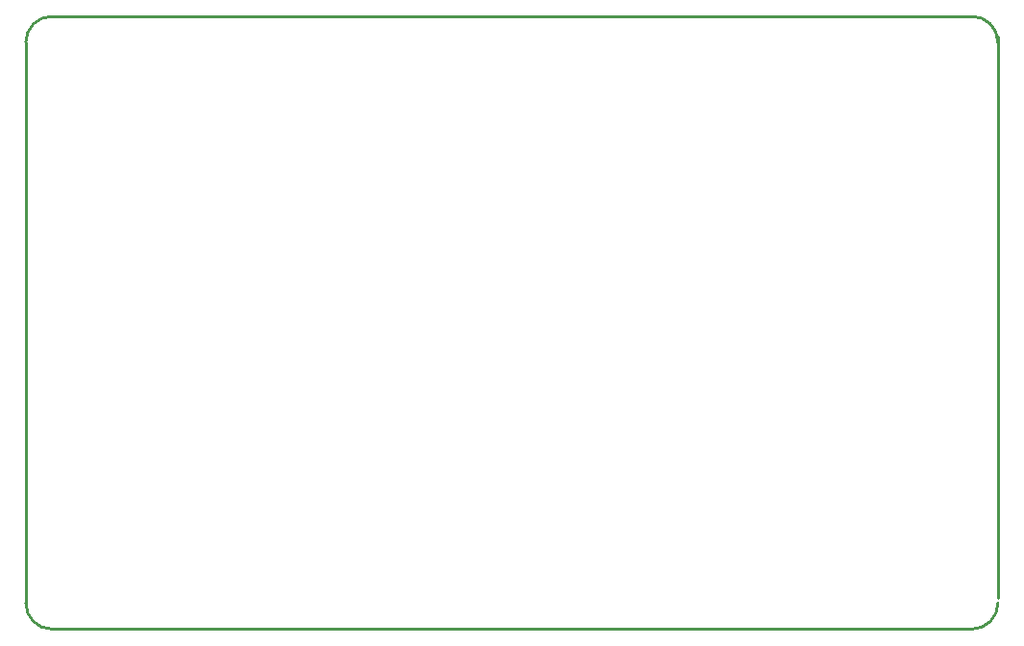
<source format=gko>
G04 Layer: BoardOutlineLayer*
G04 EasyEDA v6.5.50, 2025-07-23 08:09:46*
G04 fd94b24a4d154d9d8ede188550dba9a9,10c0a84da6c54f53babc60b4471cdfa3,10*
G04 Gerber Generator version 0.2*
G04 Scale: 100 percent, Rotated: No, Reflected: No *
G04 Dimensions in millimeters *
G04 leading zeros omitted , absolute positions ,4 integer and 5 decimal *
%FSLAX45Y45*%
%MOMM*%

%ADD10C,0.2540*%
%ADD11C,0.0105*%
D10*
X0Y-5168988D02*
G01*
X0Y-228998D01*
X8330984Y-5397990D02*
G01*
X228998Y-5397990D01*
X8559982Y-178953D02*
G01*
X8559982Y-5118943D01*
X228998Y0D02*
G01*
X8330984Y0D01*
G75*
G01*
X8330983Y0D02*
G02*
X8559983Y-229000I0J-229000D01*
G75*
G01*
X8559983Y-5168990D02*
G02*
X8330983Y-5397989I-229000J0D01*
G75*
G01*
X229000Y-5397989D02*
G02*
X0Y-5168990I0J228999D01*
G75*
G01*
X0Y-229000D02*
G02*
X229000Y0I229000J0D01*

%LPD*%
M02*

</source>
